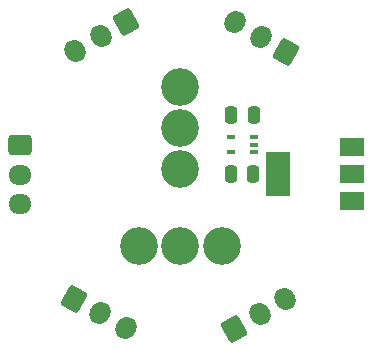
<source format=gbr>
%TF.GenerationSoftware,KiCad,Pcbnew,(7.0.0)*%
%TF.CreationDate,2023-06-29T20:54:47-07:00*%
%TF.ProjectId,glowprism_pipe_pcb,676c6f77-7072-4697-936d-5f706970655f,rev?*%
%TF.SameCoordinates,Original*%
%TF.FileFunction,Soldermask,Bot*%
%TF.FilePolarity,Negative*%
%FSLAX46Y46*%
G04 Gerber Fmt 4.6, Leading zero omitted, Abs format (unit mm)*
G04 Created by KiCad (PCBNEW (7.0.0)) date 2023-06-29 20:54:47*
%MOMM*%
%LPD*%
G01*
G04 APERTURE LIST*
G04 Aperture macros list*
%AMRoundRect*
0 Rectangle with rounded corners*
0 $1 Rounding radius*
0 $2 $3 $4 $5 $6 $7 $8 $9 X,Y pos of 4 corners*
0 Add a 4 corners polygon primitive as box body*
4,1,4,$2,$3,$4,$5,$6,$7,$8,$9,$2,$3,0*
0 Add four circle primitives for the rounded corners*
1,1,$1+$1,$2,$3*
1,1,$1+$1,$4,$5*
1,1,$1+$1,$6,$7*
1,1,$1+$1,$8,$9*
0 Add four rect primitives between the rounded corners*
20,1,$1+$1,$2,$3,$4,$5,0*
20,1,$1+$1,$4,$5,$6,$7,0*
20,1,$1+$1,$6,$7,$8,$9,0*
20,1,$1+$1,$8,$9,$2,$3,0*%
%AMHorizOval*
0 Thick line with rounded ends*
0 $1 width*
0 $2 $3 position (X,Y) of the first rounded end (center of the circle)*
0 $4 $5 position (X,Y) of the second rounded end (center of the circle)*
0 Add line between two ends*
20,1,$1,$2,$3,$4,$5,0*
0 Add two circle primitives to create the rounded ends*
1,1,$1,$2,$3*
1,1,$1,$4,$5*%
G04 Aperture macros list end*
%ADD10C,3.200000*%
%ADD11R,2.000000X1.500000*%
%ADD12R,2.000000X3.800000*%
%ADD13R,0.650000X0.400000*%
%ADD14RoundRect,0.250000X0.250000X0.475000X-0.250000X0.475000X-0.250000X-0.475000X0.250000X-0.475000X0*%
%ADD15RoundRect,0.250000X-0.250000X-0.475000X0.250000X-0.475000X0.250000X0.475000X-0.250000X0.475000X0*%
%ADD16HorizOval,1.700000X-0.062500X0.108253X0.062500X-0.108253X0*%
%ADD17RoundRect,0.250000X-0.157115X-0.927868X0.882115X-0.327868X0.157115X0.927868X-0.882115X0.327868X0*%
%ADD18RoundRect,0.250000X0.882115X0.327868X-0.157115X0.927868X-0.882115X-0.327868X0.157115X-0.927868X0*%
%ADD19HorizOval,1.700000X0.062500X0.108253X-0.062500X-0.108253X0*%
%ADD20HorizOval,1.700000X-0.062500X-0.108253X0.062500X0.108253X0*%
%ADD21RoundRect,0.250000X-0.882115X-0.327868X0.157115X-0.927868X0.882115X0.327868X-0.157115X0.927868X0*%
%ADD22RoundRect,0.250000X0.157115X0.927868X-0.882115X0.327868X-0.157115X-0.927868X0.882115X-0.327868X0*%
%ADD23O,1.950000X1.700000*%
%ADD24RoundRect,0.250000X-0.725000X0.600000X-0.725000X-0.600000X0.725000X-0.600000X0.725000X0.600000X0*%
G04 APERTURE END LIST*
D10*
%TO.C,J7*%
X-3500000Y-6000000D03*
X0Y-6000000D03*
X3500000Y-6000000D03*
%TD*%
%TO.C,J6*%
X0Y7500000D03*
X0Y4000000D03*
X0Y500000D03*
%TD*%
D11*
%TO.C,U2*%
X14554999Y2426999D03*
D12*
X8254999Y126999D03*
D11*
X14554999Y126999D03*
X14554999Y-2172999D03*
%TD*%
D13*
%TO.C,U1*%
X4297599Y3225799D03*
X4297599Y1925799D03*
X6197599Y1925799D03*
X6197599Y2575799D03*
X6197599Y3225799D03*
%TD*%
D14*
%TO.C,C2*%
X6182400Y127000D03*
X4282400Y127000D03*
%TD*%
D15*
%TO.C,C1*%
X4312800Y5130800D03*
X6212800Y5130800D03*
%TD*%
D16*
%TO.C,J1*%
X8900421Y-10495983D03*
X6735358Y-11745983D03*
D17*
X4570295Y-12995984D03*
%TD*%
D18*
%TO.C,J2*%
X8969705Y10455984D03*
D19*
X6804640Y11705983D03*
X4639577Y12955983D03*
%TD*%
D20*
%TO.C,J3*%
X-4639577Y-12955983D03*
X-6804640Y-11705983D03*
D21*
X-8969705Y-10455984D03*
%TD*%
D22*
%TO.C,J4*%
X-4570295Y12995984D03*
D16*
X-6735358Y11745983D03*
X-8900421Y10495983D03*
%TD*%
D23*
%TO.C,J5*%
X-13539999Y-2459999D03*
X-13539999Y39999D03*
D24*
X-13540000Y2540000D03*
%TD*%
M02*

</source>
